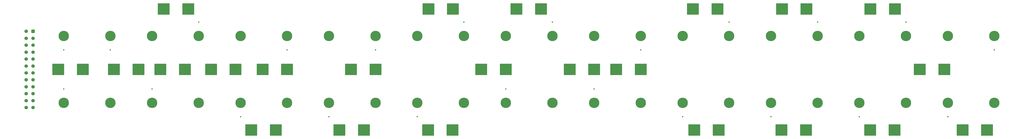
<source format=gbr>
%TF.GenerationSoftware,KiCad,Pcbnew,9.0.4*%
%TF.CreationDate,2025-09-16T19:44:55+08:00*%
%TF.ProjectId,accum_pcb_up,61636375-6d5f-4706-9362-5f75702e6b69,rev?*%
%TF.SameCoordinates,Original*%
%TF.FileFunction,Copper,L1,Top*%
%TF.FilePolarity,Positive*%
%FSLAX46Y46*%
G04 Gerber Fmt 4.6, Leading zero omitted, Abs format (unit mm)*
G04 Created by KiCad (PCBNEW 9.0.4) date 2025-09-16 19:44:55*
%MOMM*%
%LPD*%
G01*
G04 APERTURE LIST*
G04 Aperture macros list*
%AMRoundRect*
0 Rectangle with rounded corners*
0 $1 Rounding radius*
0 $2 $3 $4 $5 $6 $7 $8 $9 X,Y pos of 4 corners*
0 Add a 4 corners polygon primitive as box body*
4,1,4,$2,$3,$4,$5,$6,$7,$8,$9,$2,$3,0*
0 Add four circle primitives for the rounded corners*
1,1,$1+$1,$2,$3*
1,1,$1+$1,$4,$5*
1,1,$1+$1,$6,$7*
1,1,$1+$1,$8,$9*
0 Add four rect primitives between the rounded corners*
20,1,$1+$1,$2,$3,$4,$5,0*
20,1,$1+$1,$4,$5,$6,$7,0*
20,1,$1+$1,$6,$7,$8,$9,0*
20,1,$1+$1,$8,$9,$2,$3,0*%
G04 Aperture macros list end*
%TA.AperFunction,SMDPad,CuDef*%
%ADD10RoundRect,0.218750X-2.331250X-2.231250X2.331250X-2.231250X2.331250X2.231250X-2.331250X2.231250X0*%
%TD*%
%TA.AperFunction,ComponentPad*%
%ADD11C,4.500000*%
%TD*%
%TA.AperFunction,SMDPad,CuDef*%
%ADD12RoundRect,0.218750X2.331250X2.231250X-2.331250X2.231250X-2.331250X-2.231250X2.331250X-2.231250X0*%
%TD*%
%TA.AperFunction,ComponentPad*%
%ADD13RoundRect,0.250001X-0.499999X0.499999X-0.499999X-0.499999X0.499999X-0.499999X0.499999X0.499999X0*%
%TD*%
%TA.AperFunction,ComponentPad*%
%ADD14C,1.500000*%
%TD*%
%TA.AperFunction,ViaPad*%
%ADD15C,0.600000*%
%TD*%
G04 APERTURE END LIST*
D10*
%TO.P,F20,1*%
%TO.N,/Cell_19-*%
X448266000Y-220380000D03*
%TO.P,F20,2*%
%TO.N,/Cell_19-_out*%
X458816000Y-220380000D03*
%TD*%
D11*
%TO.P,,1*%
%TO.N,/Cell_8-*%
X235443015Y-179675500D03*
%TD*%
%TO.P,,1*%
%TO.N,/Cell_14-*%
X349583304Y-179680000D03*
%TD*%
D12*
%TO.P,F11,1*%
%TO.N,/Cell_10-*%
X268747000Y-167947000D03*
%TO.P,F11,2*%
%TO.N,/Cell_10-_out*%
X258197000Y-167947000D03*
%TD*%
D11*
%TO.P,,1*%
%TO.N,N/C*%
X367583985Y-179681500D03*
%TD*%
D10*
%TO.P,F23,1*%
%TO.N,/Cell_22-_out*%
X469651000Y-194152145D03*
%TO.P,F23,2*%
%TO.N,/Cell_22-*%
X480201000Y-194152145D03*
%TD*%
D11*
%TO.P,,1*%
%TO.N,/Cell_22-*%
X501770334Y-179686000D03*
%TD*%
%TO.P,,1*%
%TO.N,N/C*%
X139303985Y-179672500D03*
%TD*%
%TO.P,,1*%
%TO.N,N/C*%
X291491015Y-179678500D03*
%TD*%
%TO.P,,1*%
%TO.N,N/C*%
X177350333Y-179674000D03*
%TD*%
%TO.P,,1*%
%TO.N,/Cell_7-*%
X215382564Y-208611500D03*
%TD*%
%TO.P,,1*%
%TO.N,N/C*%
X159350015Y-208610500D03*
%TD*%
D12*
%TO.P,F4,1*%
%TO.N,/Cell_3-*%
X175195000Y-194152145D03*
%TO.P,F4,2*%
%TO.N,/Cell_3-_out*%
X164645000Y-194152145D03*
%TD*%
D11*
%TO.P,,1*%
%TO.N,/Cell_5-*%
X177350696Y-208612000D03*
%TD*%
%TO.P,,1*%
%TO.N,N/C*%
X121303682Y-208611500D03*
%TD*%
%TO.P,,1*%
%TO.N,/Cell_15-*%
X367584348Y-208619500D03*
%TD*%
%TO.P,,1*%
%TO.N,/Cell_19-*%
X443678015Y-208620500D03*
%TD*%
%TO.P,,1*%
%TO.N,/Cell_17-*%
X405631363Y-208619000D03*
%TD*%
%TO.P,,1*%
%TO.N,N/C*%
X235443378Y-208611500D03*
%TD*%
D12*
%TO.P,F17,1*%
%TO.N,/Cell_16-*%
X382597000Y-167947000D03*
%TO.P,F17,2*%
%TO.N,/Cell_16-_out*%
X372047000Y-167947000D03*
%TD*%
D11*
%TO.P,,1*%
%TO.N,/Cell_16-*%
X387629652Y-179681500D03*
%TD*%
D13*
%TO.P,J1,1,Pin_1*%
%TO.N,/Cell_20-_out*%
X88070000Y-177652144D03*
D14*
%TO.P,J1,2,Pin_2*%
%TO.N,/Cell_16-_out*%
X88070000Y-180652144D03*
%TO.P,J1,3,Pin_3*%
%TO.N,/Cell_1+_out*%
X88070000Y-183652144D03*
%TO.P,J1,4,Pin_4*%
%TO.N,/Cell_4-_out*%
X88070000Y-186652144D03*
%TO.P,J1,5,Pin_5*%
%TO.N,/Cell_2-_out*%
X88070000Y-189652144D03*
%TO.P,J1,6,Pin_6*%
%TO.N,/Cell_6-_out*%
X88070000Y-192652144D03*
%TO.P,J1,7,Pin_7*%
%TO.N,/Cell_3-_out*%
X88070000Y-195652144D03*
%TO.P,J1,8,Pin_8*%
%TO.N,/Cell_1-_out*%
X88070000Y-198652144D03*
%TO.P,J1,9,Pin_9*%
%TO.N,/Cell_7-_out*%
X88070000Y-201652144D03*
%TO.P,J1,10,Pin_10*%
%TO.N,/Cell_5-_out*%
X88070000Y-204652144D03*
%TO.P,J1,11,Pin_11*%
%TO.N,/Cell_15-_out*%
X88070000Y-207652144D03*
%TO.P,J1,12,Pin_12*%
%TO.N,/Cell_17-_out*%
X88070000Y-210652144D03*
%TO.P,J1,13,Pin_13*%
%TO.N,/Cell_22-_out*%
X85070000Y-177652144D03*
%TO.P,J1,14,Pin_14*%
%TO.N,/Cell_18-_out*%
X85070000Y-180652144D03*
%TO.P,J1,15,Pin_15*%
%TO.N,/Cell_10-_out*%
X85070000Y-183652144D03*
%TO.P,J1,16,Pin_16*%
%TO.N,/Cell_12-_out*%
X85070000Y-186652144D03*
%TO.P,J1,17,Pin_17*%
%TO.N,/Cell_14-_out*%
X85070000Y-189652144D03*
%TO.P,J1,18,Pin_18*%
%TO.N,/Cell_8-_out*%
X85070000Y-192652144D03*
%TO.P,J1,19,Pin_19*%
%TO.N,/Cell_13-_out*%
X85070000Y-195652144D03*
%TO.P,J1,20,Pin_20*%
%TO.N,/Cell_11-_out*%
X85070000Y-198652144D03*
%TO.P,J1,21,Pin_21*%
%TO.N,/Cell_9-_out*%
X85070000Y-201652144D03*
%TO.P,J1,22,Pin_22*%
%TO.N,unconnected-(J1-Pin_22-Pad22)*%
X85070000Y-204652144D03*
%TO.P,J1,23,Pin_23*%
%TO.N,/Cell_19-_out*%
X85070000Y-207652144D03*
%TO.P,J1,24,Pin_24*%
%TO.N,/Cell_21-_out*%
X85070000Y-210652144D03*
%TD*%
D12*
%TO.P,F5,1*%
%TO.N,/Cell_4-*%
X154833000Y-167947000D03*
%TO.P,F5,2*%
%TO.N,/Cell_4-_out*%
X144283000Y-167947000D03*
%TD*%
D11*
%TO.P,,1*%
%TO.N,N/C*%
X425677030Y-208619000D03*
%TD*%
%TO.P,,1*%
%TO.N,N/C*%
X311536682Y-208611500D03*
%TD*%
%TO.P,,1*%
%TO.N,/Cell_12-*%
X311536682Y-179678500D03*
%TD*%
D10*
%TO.P,F10,1*%
%TO.N,/Cell_9-*%
X258020000Y-220380000D03*
%TO.P,F10,2*%
%TO.N,/Cell_9-_out*%
X268570000Y-220380000D03*
%TD*%
D12*
%TO.P,F19,1*%
%TO.N,/Cell_18-*%
X420889000Y-167947000D03*
%TO.P,F19,2*%
%TO.N,/Cell_18-_out*%
X410339000Y-167947000D03*
%TD*%
D11*
%TO.P,,1*%
%TO.N,N/C*%
X349583667Y-208618000D03*
%TD*%
D12*
%TO.P,F13,1*%
%TO.N,/Cell_12-*%
X306629000Y-167947000D03*
%TO.P,F13,2*%
%TO.N,/Cell_12-_out*%
X296079000Y-167947000D03*
%TD*%
D11*
%TO.P,,1*%
%TO.N,/Cell_6-*%
X197396000Y-179674000D03*
%TD*%
%TO.P,,1*%
%TO.N,/Cell_9-*%
X253444363Y-208613000D03*
%TD*%
%TO.P,,1*%
%TO.N,N/C*%
X329537637Y-179680000D03*
%TD*%
%TO.P,,1*%
%TO.N,/Cell_11-*%
X291491015Y-208611500D03*
%TD*%
D12*
%TO.P,F9,1*%
%TO.N,/Cell_8-*%
X235456000Y-194152145D03*
%TO.P,F9,2*%
%TO.N,/Cell_8-_out*%
X224906000Y-194152145D03*
%TD*%
D11*
%TO.P,,1*%
%TO.N,N/C*%
X273490030Y-208613000D03*
%TD*%
D10*
%TO.P,F18,1*%
%TO.N,/Cell_17-*%
X410118200Y-220380000D03*
%TO.P,F18,2*%
%TO.N,/Cell_17-_out*%
X420668200Y-220380000D03*
%TD*%
D11*
%TO.P,,1*%
%TO.N,N/C*%
X387630015Y-208619500D03*
%TD*%
%TO.P,,1*%
%TO.N,/Cell_10-*%
X273489667Y-179677000D03*
%TD*%
D12*
%TO.P,F3,1*%
%TO.N,/Cell_2-*%
X153392000Y-194152145D03*
%TO.P,F3,2*%
%TO.N,/Cell_2-_out*%
X142842000Y-194152145D03*
%TD*%
%TO.P,F7,1*%
%TO.N,/Cell_6-*%
X197396000Y-194152145D03*
%TO.P,F7,2*%
%TO.N,/Cell_6-_out*%
X186846000Y-194152145D03*
%TD*%
D11*
%TO.P,,1*%
%TO.N,N/C*%
X215397348Y-179675500D03*
%TD*%
D12*
%TO.P,F22,1*%
%TO.N,/Cell_21-_out*%
X498619000Y-220380000D03*
%TO.P,F22,2*%
%TO.N,/Cell_21-*%
X488069000Y-220380000D03*
%TD*%
D11*
%TO.P,,1*%
%TO.N,N/C*%
X443677652Y-179684500D03*
%TD*%
%TO.P,,1*%
%TO.N,/Cell_20-*%
X463723319Y-179684500D03*
%TD*%
D12*
%TO.P,F21,1*%
%TO.N,/Cell_20-*%
X458957000Y-167947000D03*
%TO.P,F21,2*%
%TO.N,/Cell_20-_out*%
X448407000Y-167947000D03*
%TD*%
D11*
%TO.P,,1*%
%TO.N,/Cell_4-*%
X159349652Y-179672500D03*
%TD*%
%TO.P,,1*%
%TO.N,/Cell_3-*%
X139304348Y-208610500D03*
%TD*%
%TO.P,,1*%
%TO.N,/Cell_1+*%
X101257652Y-179673500D03*
%TD*%
%TO.P,,1*%
%TO.N,N/C*%
X481724667Y-179686000D03*
%TD*%
D12*
%TO.P,F12,1*%
%TO.N,/Cell_11-*%
X291498000Y-194152145D03*
%TO.P,F12,2*%
%TO.N,/Cell_11-_out*%
X280948000Y-194152145D03*
%TD*%
D11*
%TO.P,,1*%
%TO.N,/Cell_21-*%
X481724667Y-208619000D03*
%TD*%
%TO.P,,1*%
%TO.N,/Cell_2-*%
X121303319Y-179673500D03*
%TD*%
%TO.P,,1*%
%TO.N,/Cell_13-*%
X329538000Y-208618000D03*
%TD*%
%TO.P,,1*%
%TO.N,/Cell_1-*%
X101258015Y-208611500D03*
%TD*%
D10*
%TO.P,F16,1*%
%TO.N,/Cell_15-*%
X372584000Y-220380000D03*
%TO.P,F16,2*%
%TO.N,/Cell_15-_out*%
X383134000Y-220380000D03*
%TD*%
D12*
%TO.P,F15,1*%
%TO.N,/Cell_14-*%
X349593000Y-194152145D03*
%TO.P,F15,2*%
%TO.N,/Cell_14-_out*%
X339043000Y-194152145D03*
%TD*%
D11*
%TO.P,,1*%
%TO.N,N/C*%
X501770334Y-208619000D03*
%TD*%
D12*
%TO.P,F1,1*%
%TO.N,/Cell_1+*%
X109475000Y-194152145D03*
%TO.P,F1,2*%
%TO.N,/Cell_1+_out*%
X98925000Y-194152145D03*
%TD*%
D11*
%TO.P,,1*%
%TO.N,N/C*%
X405631000Y-179683000D03*
%TD*%
%TO.P,,1*%
%TO.N,N/C*%
X463723682Y-208620500D03*
%TD*%
D12*
%TO.P,F8,1*%
%TO.N,/Cell_7-*%
X230428000Y-220380000D03*
%TO.P,F8,2*%
%TO.N,/Cell_7-_out*%
X219878000Y-220380000D03*
%TD*%
D11*
%TO.P,,1*%
%TO.N,/Cell_18-*%
X425676667Y-179683000D03*
%TD*%
%TO.P,,1*%
%TO.N,N/C*%
X253444000Y-179677000D03*
%TD*%
D10*
%TO.P,F6,1*%
%TO.N,/Cell_5-*%
X181964228Y-220380000D03*
%TO.P,F6,2*%
%TO.N,/Cell_5-_out*%
X192514228Y-220380000D03*
%TD*%
D12*
%TO.P,F14,1*%
%TO.N,/Cell_13-*%
X329546000Y-194152145D03*
%TO.P,F14,2*%
%TO.N,/Cell_13-_out*%
X318996000Y-194152145D03*
%TD*%
D11*
%TO.P,,1*%
%TO.N,N/C*%
X197396363Y-208612000D03*
%TD*%
D12*
%TO.P,F2,1*%
%TO.N,/Cell_1-*%
X133441000Y-194152145D03*
%TO.P,F2,2*%
%TO.N,/Cell_1-_out*%
X122891000Y-194152145D03*
%TD*%
D15*
%TO.N,/Cell_1+_out*%
X98925000Y-194152145D03*
%TO.N,/Cell_1+*%
X101257652Y-185673500D03*
X109475000Y-194152145D03*
%TO.N,/Cell_1-_out*%
X122891000Y-194152145D03*
%TO.N,/Cell_1-*%
X133441000Y-194152145D03*
X101258015Y-202611500D03*
%TO.N,/Cell_2-*%
X121303319Y-185673500D03*
X153392000Y-194152145D03*
%TO.N,/Cell_2-_out*%
X142842000Y-194152145D03*
%TO.N,/Cell_3-_out*%
X164645000Y-194152145D03*
%TO.N,/Cell_3-*%
X139304348Y-202610500D03*
X175195000Y-194152145D03*
%TO.N,/Cell_4-*%
X154833000Y-167947000D03*
X159349652Y-173673500D03*
%TO.N,/Cell_4-_out*%
X144283000Y-167947000D03*
%TO.N,/Cell_5-_out*%
X192426114Y-220468114D03*
%TO.N,/Cell_5-*%
X177350696Y-214612000D03*
X181964228Y-220380000D03*
%TO.N,/Cell_6-_out*%
X186846000Y-194152145D03*
%TO.N,/Cell_6-*%
X197396000Y-185674000D03*
X197396000Y-194152145D03*
%TO.N,/Cell_7-_out*%
X219878000Y-220380000D03*
%TO.N,/Cell_7-*%
X230428000Y-220380000D03*
X215382564Y-214612000D03*
%TO.N,/Cell_8-_out*%
X224906000Y-194152145D03*
%TO.N,/Cell_8-*%
X235456000Y-194152145D03*
X235443015Y-185675500D03*
%TO.N,/Cell_9-_out*%
X268570000Y-221880000D03*
%TO.N,/Cell_9-*%
X258020000Y-220380000D03*
X253444363Y-214612000D03*
%TO.N,/Cell_10-_out*%
X258197000Y-167947000D03*
%TO.N,/Cell_10-*%
X268747000Y-167947000D03*
X273489667Y-173673500D03*
%TO.N,/Cell_11-_out*%
X280948000Y-194152145D03*
%TO.N,/Cell_11-*%
X291498000Y-194152145D03*
X291491015Y-202611500D03*
%TO.N,/Cell_12-*%
X306629000Y-167947000D03*
X311536682Y-173673500D03*
%TO.N,/Cell_12-_out*%
X296079000Y-167947000D03*
%TO.N,/Cell_13-*%
X329546000Y-194152145D03*
X329538000Y-202618000D03*
%TO.N,/Cell_13-_out*%
X318996000Y-194152145D03*
%TO.N,/Cell_14-_out*%
X339043000Y-194152145D03*
%TO.N,/Cell_14-*%
X349593000Y-194152145D03*
X349583304Y-185680000D03*
%TO.N,/Cell_15-*%
X367584348Y-214612000D03*
X372584000Y-220380000D03*
%TO.N,/Cell_15-_out*%
X383134000Y-220380000D03*
%TO.N,/Cell_16-*%
X382597000Y-167947000D03*
X387629652Y-173673500D03*
%TO.N,/Cell_16-_out*%
X372047000Y-167947000D03*
%TO.N,/Cell_17-_out*%
X420668200Y-220380000D03*
%TO.N,/Cell_17-*%
X405631363Y-214612000D03*
X410118200Y-220380000D03*
%TO.N,/Cell_18-_out*%
X410339000Y-167947000D03*
%TO.N,/Cell_18-*%
X425676667Y-173673500D03*
X420889000Y-167947000D03*
%TO.N,/Cell_19-_out*%
X458816000Y-220380000D03*
%TO.N,/Cell_19-*%
X448266000Y-220380000D03*
X443678015Y-214612000D03*
%TO.N,/Cell_20-_out*%
X448407000Y-167947000D03*
%TO.N,/Cell_20-*%
X463723319Y-173673500D03*
X458957000Y-167947000D03*
%TO.N,/Cell_21-*%
X481724667Y-214612000D03*
X488069000Y-220380000D03*
%TO.N,/Cell_21-_out*%
X498619000Y-220380000D03*
%TO.N,/Cell_22-*%
X480201000Y-194152145D03*
X501770334Y-185673500D03*
%TO.N,/Cell_22-_out*%
X469651000Y-194152145D03*
%TD*%
M02*

</source>
